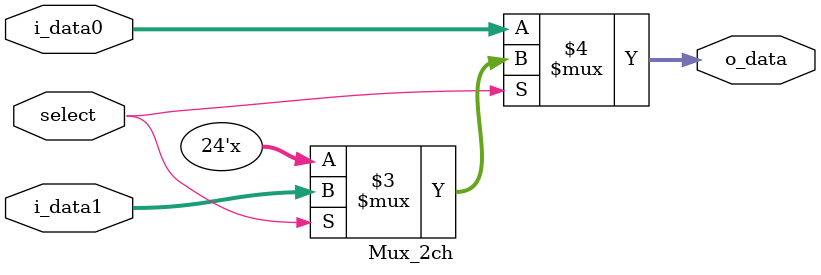
<source format=v>
module Mux_2ch #(parameter word_size = 24)
	(
		output	[word_size-1:0]	o_data,
		input	[word_size-1:0]	i_data0, i_data1,
		input					select
	);
	// determine output according to select
	assign o_data = (select == 0) ? i_data0: (select == 1) ? i_data1 : 24'bx;
endmodule

</source>
